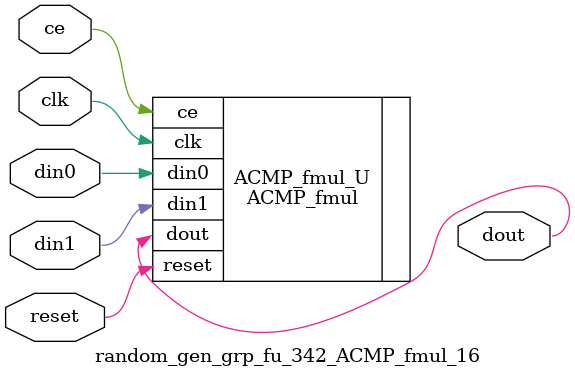
<source format=v>

`timescale 1 ns / 1 ps
module random_gen_grp_fu_342_ACMP_fmul_16(
    clk,
    reset,
    ce,
    din0,
    din1,
    dout);

parameter ID = 32'd1;
parameter NUM_STAGE = 32'd1;
parameter din0_WIDTH = 32'd1;
parameter din1_WIDTH = 32'd1;
parameter dout_WIDTH = 32'd1;
input clk;
input reset;
input ce;
input[din0_WIDTH - 1:0] din0;
input[din1_WIDTH - 1:0] din1;
output[dout_WIDTH - 1:0] dout;



ACMP_fmul #(
.ID( ID ),
.NUM_STAGE( 4 ),
.din0_WIDTH( din0_WIDTH ),
.din1_WIDTH( din1_WIDTH ),
.dout_WIDTH( dout_WIDTH ))
ACMP_fmul_U(
    .clk( clk ),
    .reset( reset ),
    .ce( ce ),
    .din0( din0 ),
    .din1( din1 ),
    .dout( dout ));

endmodule

</source>
